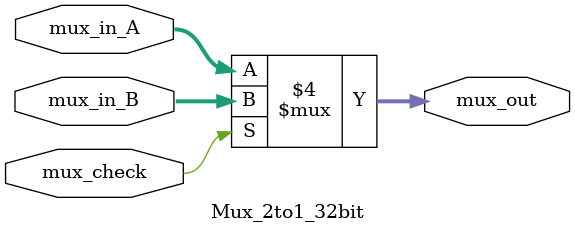
<source format=v>
module Mux_2to1_32bit(mux_out, mux_in_A, mux_in_B, mux_check);

    output  [31:0] mux_out;
    
    input   [31:0] mux_in_A;
    input   [31:0] mux_in_B;
    input   mux_check;
	reg     [31:0] mux_out;
	
    always@(*) begin
        if (mux_check == 0) begin
	        mux_out = mux_in_A;
	    end
	    else begin
            mux_out = mux_in_B;
	    end
	 end

endmodule
</source>
